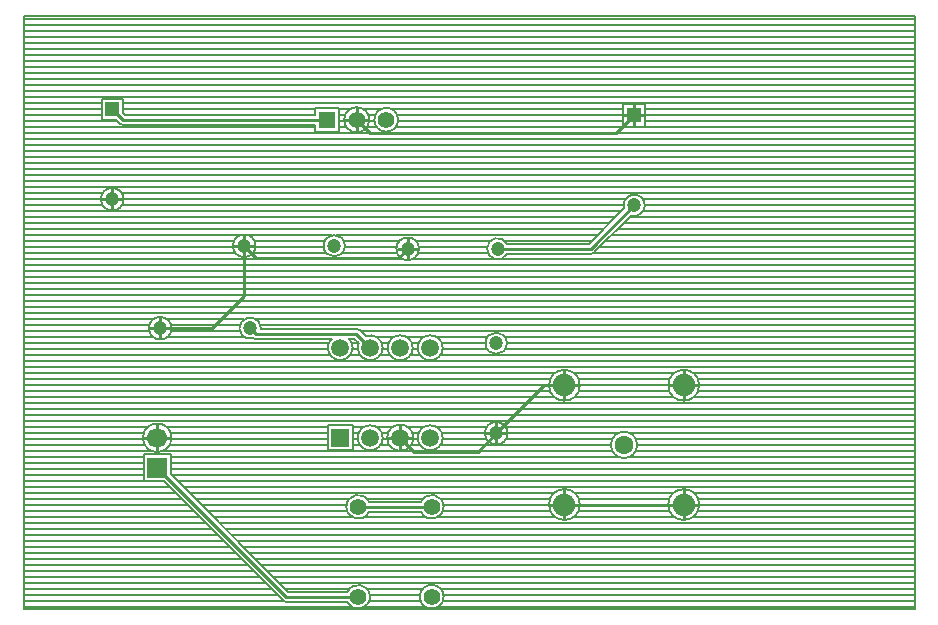
<source format=gbl>
G04*
G04 #@! TF.GenerationSoftware,Altium Limited,Altium Designer,20.1.14 (287)*
G04*
G04 Layer_Physical_Order=2*
G04 Layer_Color=16711680*
%FSLAX25Y25*%
%MOIN*%
G70*
G04*
G04 #@! TF.SameCoordinates,068E075E-6B28-4131-8978-D2EB394F3ECB*
G04*
G04*
G04 #@! TF.FilePolarity,Positive*
G04*
G01*
G75*
%ADD13C,0.01000*%
%ADD27C,0.00800*%
%ADD28C,0.04724*%
%ADD29C,0.06299*%
%ADD30C,0.07480*%
%ADD31C,0.05512*%
%ADD32R,0.04724X0.04724*%
%ADD33R,0.05512X0.05512*%
%ADD34R,0.05906X0.05906*%
%ADD35C,0.05906*%
%ADD36R,0.06693X0.06693*%
%ADD37C,0.06693*%
D13*
X205000Y166000D02*
X208362D01*
X205000D02*
Y169362D01*
X201638Y166000D02*
X205000D01*
Y162638D02*
Y166000D01*
X112500Y164500D02*
X116256D01*
X112500Y160744D02*
Y164500D01*
X129500Y121500D02*
X132862D01*
X129500Y118138D02*
Y121500D01*
Y124862D01*
X126138Y121500D02*
X129500D01*
X112500Y164500D02*
Y168256D01*
X108744Y164500D02*
X112500D01*
X221500Y76000D02*
X226240D01*
X221500Y71260D02*
Y76000D01*
Y80740D01*
X216760Y76000D02*
X221500D01*
X181736D02*
X186476D01*
X181736D02*
Y80740D01*
X176996Y76000D02*
X181736D01*
Y71260D02*
Y76000D01*
X221500Y36236D02*
Y40976D01*
Y36236D02*
X226240D01*
X216760D02*
X221500D01*
Y31496D02*
Y36236D01*
X181736D02*
X186476D01*
X176996D02*
X181736D01*
X159000Y60000D02*
Y63362D01*
Y60000D02*
X162362D01*
X155638D02*
X159000D01*
Y56638D02*
Y60000D01*
X127000Y58500D02*
Y62453D01*
X123047Y58500D02*
X127000D01*
X130953D01*
X127000Y54547D02*
Y58500D01*
X181736Y36236D02*
Y40976D01*
Y31496D02*
Y36236D01*
X31000Y138000D02*
X34362D01*
X31000D02*
Y141362D01*
Y134638D02*
Y138000D01*
X27638D02*
X31000D01*
X75000Y122500D02*
Y125862D01*
X71638Y122500D02*
X75000D01*
X78362D01*
X75000Y119138D02*
Y122500D01*
X47000Y95000D02*
Y98362D01*
X43638Y95000D02*
X47000D01*
X50362D01*
X47000Y91638D02*
Y95000D01*
X46000Y58500D02*
X50346D01*
X41654D02*
X46000D01*
Y54154D02*
Y58500D01*
Y62846D01*
X77000Y95000D02*
X78800Y93200D01*
X34500Y164500D02*
X102657D01*
X31000Y168000D02*
X34500Y164500D01*
X159500Y121500D02*
X190500D01*
X205000Y136000D01*
X112500Y164500D02*
X117000Y160000D01*
X199000D01*
X205000Y166000D01*
X75000Y122500D02*
X79100Y118400D01*
X126400D01*
X129500Y121500D01*
X75000Y105700D02*
Y122500D01*
X64300Y95000D02*
X75000Y105700D01*
X47000Y95000D02*
X64300D01*
X89000Y5500D02*
X113000D01*
X46000Y48500D02*
X89000Y5500D01*
X112300Y93200D02*
X117000Y88500D01*
X78800Y93200D02*
X112300D01*
X131700Y53800D02*
X152800D01*
X159000Y60000D02*
X175000Y76000D01*
X113000Y35500D02*
X137500D01*
X127000Y58500D02*
X131700Y53800D01*
X181736Y36236D02*
X221500D01*
X152800Y53800D02*
X159000Y60000D01*
X175000Y76000D02*
X181736D01*
D27*
X203989Y132584D02*
G03*
X208562Y136000I1011J3416D01*
G01*
D02*
G03*
X201584Y134989I-3562J0D01*
G01*
X190500Y119800D02*
G03*
X191704Y120300I0J1700D01*
G01*
X190500Y119800D02*
G03*
X191702Y120298I0J1700D01*
G01*
X162630Y123200D02*
G03*
X162630Y119800I-3130J-1700D01*
G01*
X162562Y90000D02*
G03*
X162562Y90000I-3562J0D01*
G01*
X126298Y164500D02*
G03*
X126298Y164500I-3956J0D01*
G01*
X133262Y121500D02*
G03*
X133262Y121500I-3762J0D01*
G01*
X116656Y164500D02*
G03*
X116656Y164500I-4156J0D01*
G01*
X113502Y94402D02*
G03*
X112300Y94900I-1202J-1202D01*
G01*
X141153Y88500D02*
G03*
X141153Y88500I-4153J0D01*
G01*
X131153D02*
G03*
X131153Y88500I-4153J0D01*
G01*
X113504Y94400D02*
G03*
X112300Y94900I-1204J-1200D01*
G01*
X121153Y88500D02*
G03*
X115523Y92381I-4153J0D01*
G01*
X113119Y89977D02*
G03*
X121153Y88500I3881J-1477D01*
G01*
X111153D02*
G03*
X109871Y91500I-4153J0D01*
G01*
X104129D02*
G03*
X111153Y88500I2871J-3000D01*
G01*
X226640Y76000D02*
G03*
X226640Y76000I-5140J0D01*
G01*
X205967Y56118D02*
G03*
X205967Y56118I-4350J0D01*
G01*
X186876Y76000D02*
G03*
X186876Y76000I-5140J0D01*
G01*
X226640Y36236D02*
G03*
X226640Y36236I-5140J0D01*
G01*
X186876D02*
G03*
X186876Y36236I-5140J0D01*
G01*
X162762Y60000D02*
G03*
X162762Y60000I-3762J0D01*
G01*
X141153Y58500D02*
G03*
X141153Y58500I-4153J0D01*
G01*
X131353D02*
G03*
X131353Y58500I-4353J0D01*
G01*
X121153D02*
G03*
X121153Y58500I-4153J0D01*
G01*
X141456Y35500D02*
G03*
X133928Y37200I-3956J0D01*
G01*
Y33800D02*
G03*
X141456Y35500I3572J1700D01*
G01*
Y5500D02*
G03*
X141456Y5500I-3956J0D01*
G01*
X116956D02*
G03*
X109428Y7200I-3956J0D01*
G01*
X116572Y37200D02*
G03*
X116572Y33800I-3572J-1700D01*
G01*
X109428Y3800D02*
G03*
X116956Y5500I3572J1700D01*
G01*
X108562Y122500D02*
G03*
X108562Y122500I-3562J0D01*
G01*
X33298Y163298D02*
G03*
X34500Y162800I1202J1202D01*
G01*
X33296Y163300D02*
G03*
X34500Y162800I1204J1200D01*
G01*
X34762Y138000D02*
G03*
X34762Y138000I-3762J0D01*
G01*
X78762Y122500D02*
G03*
X78762Y122500I-3762J0D01*
G01*
X80562Y95000D02*
G03*
X78151Y91629I-3562J0D01*
G01*
X50762Y95000D02*
G03*
X50762Y95000I-3762J0D01*
G01*
X78151Y91629D02*
G03*
X78800Y91500I649J1571D01*
G01*
X78151Y91629D02*
G03*
X78800Y91500I649J1571D01*
G01*
X50747Y58500D02*
G03*
X50747Y58500I-4747J0D01*
G01*
X87796Y4300D02*
G03*
X89000Y3800I1204J1200D01*
G01*
X87798Y4298D02*
G03*
X89000Y3800I1202J1202D01*
G01*
X208762Y168000D02*
X298500D01*
X208762Y164000D02*
X298500D01*
X208762Y166000D02*
X298500D01*
X208562Y136000D02*
X298500D01*
X207948Y138000D02*
X298500D01*
X207948Y134000D02*
X298500D01*
X208762Y162238D02*
Y169762D01*
X203404Y132000D02*
X298500D01*
X201238Y169762D02*
X208762D01*
X124186Y168000D02*
X201238D01*
Y162238D02*
X208762D01*
X201238D02*
Y169762D01*
X126003Y166000D02*
X201238D01*
X126267Y164000D02*
X201238D01*
X201404Y130000D02*
X298500D01*
X125408Y162000D02*
X298500D01*
X199404Y128000D02*
X298500D01*
X189796Y123200D02*
X201584Y134989D01*
X191704Y120300D02*
X203989Y132584D01*
X197404Y126000D02*
X298500D01*
X195404Y124000D02*
X298500D01*
X193404Y122000D02*
X298500D01*
X191300Y120000D02*
X298500D01*
X162630Y123200D02*
X189796D01*
X162630Y119800D02*
X190500D01*
X224728Y80000D02*
X298500D01*
X162562Y90000D02*
X298500D01*
X226235Y78000D02*
X298500D01*
X184964Y80000D02*
X218272D01*
X186471Y78000D02*
X216765D01*
X162038Y124000D02*
X190596D01*
X105663Y126000D02*
X192596D01*
X160163Y118000D02*
X298500D01*
X132950Y120000D02*
X156269D01*
X132311Y124000D02*
X156962D01*
X130880Y118000D02*
X158837D01*
X161948Y92000D02*
X298500D01*
X113904Y94000D02*
X298500D01*
X161948Y88000D02*
X298500D01*
X140316Y86000D02*
X298500D01*
X114741Y168000D02*
X120499D01*
X116376Y166000D02*
X118682D01*
X115820Y162000D02*
X119277D01*
X116626Y164000D02*
X118418D01*
X133229Y122000D02*
X155973D01*
X106613Y168000D02*
X110259D01*
X106613Y164000D02*
X108374D01*
X106613Y166000D02*
X108624D01*
X106613Y162000D02*
X109180D01*
X108527Y122000D02*
X125771D01*
X108231Y124000D02*
X126689D01*
X107538Y120000D02*
X126050D01*
X106613Y160544D02*
Y168456D01*
X139235Y92000D02*
X156052D01*
X129235D02*
X134765D01*
X140872Y90000D02*
X155438D01*
X130872D02*
X133128D01*
X120872D02*
X123128D01*
X131123Y88000D02*
X132877D01*
X141123D02*
X156052D01*
X130316Y86000D02*
X133684D01*
X121123Y88000D02*
X122877D01*
X120316Y86000D02*
X123684D01*
X113504Y94400D02*
X115523Y92381D01*
X119235Y92000D02*
X124765D01*
X111596Y91500D02*
X113119Y89977D01*
X109871Y91500D02*
X111596D01*
X110872Y90000D02*
X113096D01*
X110316Y86000D02*
X113684D01*
X111123Y88000D02*
X112877D01*
X226640Y76000D02*
X298500D01*
X226235Y74000D02*
X298500D01*
X224728Y72000D02*
X298500D01*
X205539Y58000D02*
X298500D01*
X203580Y60000D02*
X298500D01*
X205966Y56000D02*
X298500D01*
Y1450D02*
Y199050D01*
X186876Y76000D02*
X216360D01*
X186471Y74000D02*
X216765D01*
X184964Y72000D02*
X218272D01*
X162762Y60000D02*
X199655D01*
X162187Y62000D02*
X298500D01*
X162187Y58000D02*
X197696D01*
X140316Y56000D02*
X197270D01*
X205417Y54000D02*
X298500D01*
X203018Y52000D02*
X298500D01*
X225001Y40000D02*
X298500D01*
X226328Y38000D02*
X298500D01*
X226635Y36000D02*
X298500D01*
X226128Y34000D02*
X298500D01*
X224411Y32000D02*
X298500D01*
X186564Y38000D02*
X216672D01*
X185237Y40000D02*
X217999D01*
X186364Y34000D02*
X216872D01*
X186871Y36000D02*
X216365D01*
X141424Y6000D02*
X298500D01*
X140566Y8000D02*
X298500D01*
X139344Y2000D02*
X298500D01*
X184648Y32000D02*
X218589D01*
X141161Y4000D02*
X298500D01*
X139235Y62000D02*
X155813D01*
X140872Y60000D02*
X155238D01*
X129588Y62000D02*
X134765D01*
X131086Y60000D02*
X133128D01*
X141123Y58000D02*
X155813D01*
X131324D02*
X132877D01*
X119235Y62000D02*
X124412D01*
X120872Y60000D02*
X122914D01*
X111153Y62000D02*
X114765D01*
X111153Y60000D02*
X113128D01*
X121123Y58000D02*
X122676D01*
X111153Y54347D02*
Y62653D01*
Y58000D02*
X112877D01*
X140566Y38000D02*
X176908D01*
X141424Y36000D02*
X176602D01*
X130563Y56000D02*
X133684D01*
X120316D02*
X123437D01*
X141161Y34000D02*
X177108D01*
X139344Y32000D02*
X178825D01*
X116924Y6000D02*
X133576D01*
X116572Y33800D02*
X133928D01*
X116066Y38000D02*
X134434D01*
X114844Y32000D02*
X135656D01*
X111153Y56000D02*
X113684D01*
X102847Y54347D02*
X111153D01*
X116572Y37200D02*
X133928D01*
X116660Y4000D02*
X133839D01*
X116066Y8000D02*
X134434D01*
X114844Y2000D02*
X135656D01*
X1450Y192000D02*
X298500D01*
X1450Y194000D02*
X298500D01*
X1450Y186000D02*
X298500D01*
X1450Y188000D02*
X298500D01*
X1450Y198000D02*
X298500D01*
X1450Y199050D02*
X298500D01*
X1450Y196000D02*
X298500D01*
X1450Y182000D02*
X298500D01*
X1450Y184000D02*
X298500D01*
X1450Y180000D02*
X298500D01*
X98702Y168456D02*
X106613D01*
X34562Y170000D02*
X298500D01*
X98702Y160544D02*
X106613D01*
X1450Y172000D02*
X298500D01*
X1450Y174000D02*
X298500D01*
X1450Y160000D02*
X298500D01*
X1450Y178000D02*
X298500D01*
X1450Y190000D02*
X298500D01*
X1450Y176000D02*
X298500D01*
X1450Y150000D02*
X298500D01*
X1450Y152000D02*
X298500D01*
X1450Y148000D02*
X298500D01*
X1450Y156000D02*
X298500D01*
X1450Y158000D02*
X298500D01*
X1450Y154000D02*
X298500D01*
X1450Y144000D02*
X298500D01*
X1450Y146000D02*
X298500D01*
X34187Y140000D02*
X298500D01*
X1450Y142000D02*
X298500D01*
X34762Y138000D02*
X202052D01*
X34187Y136000D02*
X201438D01*
X1450Y130000D02*
X196596D01*
X78921Y98000D02*
X298500D01*
X1450Y128000D02*
X194596D01*
X80419Y96000D02*
X298500D01*
X76380Y126000D02*
X104337D01*
X80561Y94900D02*
X112300D01*
X1450Y114000D02*
X298500D01*
X1450Y116000D02*
X298500D01*
X1450Y112000D02*
X298500D01*
X1450Y132000D02*
X198596D01*
X1450Y134000D02*
X200596D01*
X1450Y118000D02*
X128120D01*
X1450Y102000D02*
X298500D01*
X1450Y104000D02*
X298500D01*
X1450Y100000D02*
X298500D01*
X1450Y108000D02*
X298500D01*
X1450Y110000D02*
X298500D01*
X1450Y106000D02*
X298500D01*
X98702Y166200D02*
Y168456D01*
X34562Y168000D02*
X98702D01*
X35204Y166200D02*
X98702D01*
X34500Y162800D02*
X98702D01*
X34562Y166842D02*
X35204Y166200D01*
X34562Y166842D02*
Y171562D01*
X32158Y164438D02*
X33296Y163300D01*
X98702Y160544D02*
Y162800D01*
X27438Y171562D02*
X34562D01*
X1450Y170000D02*
X27438D01*
Y164438D02*
X32158D01*
X27438D02*
Y171562D01*
X1450Y168000D02*
X27438D01*
X1450Y166000D02*
X27438D01*
X1450Y162000D02*
X98702D01*
X1450Y164000D02*
X32596D01*
X1450Y140000D02*
X27813D01*
X1450Y138000D02*
X27238D01*
X78729Y122000D02*
X101473D01*
X78450Y124000D02*
X101769D01*
X77811Y120000D02*
X102462D01*
X49270Y98000D02*
X75079D01*
X50627Y94000D02*
X73581D01*
X50627Y96000D02*
X73581D01*
X49270Y92000D02*
X75079D01*
X1450Y124000D02*
X71550D01*
X1450Y126000D02*
X73620D01*
X1450Y120000D02*
X72189D01*
X1450Y122000D02*
X71271D01*
X1450Y136000D02*
X27813D01*
X1450Y98000D02*
X44730D01*
X1450Y94000D02*
X43373D01*
X1450Y96000D02*
X43373D01*
X1450Y92000D02*
X44730D01*
X78800Y91500D02*
X104129D01*
X1450Y84000D02*
X298500D01*
X102847Y62653D02*
X111153D01*
X1450Y82000D02*
X298500D01*
X50503Y60000D02*
X102847D01*
X49206Y62000D02*
X102847D01*
X50720Y58000D02*
X102847D01*
X50546Y50000D02*
X298500D01*
X50546Y52000D02*
X200218D01*
X50546Y48000D02*
X298500D01*
X102847Y54347D02*
Y62653D01*
X50035Y56000D02*
X102847D01*
X47510Y54000D02*
X197819D01*
X1450Y78000D02*
X177001D01*
X1450Y80000D02*
X178508D01*
X1450Y76000D02*
X176596D01*
X1450Y88000D02*
X102877D01*
X1450Y90000D02*
X103128D01*
X1450Y86000D02*
X103684D01*
X1450Y66000D02*
X298500D01*
X1450Y68000D02*
X298500D01*
X1450Y64000D02*
X298500D01*
X1450Y72000D02*
X178508D01*
X1450Y74000D02*
X177001D01*
X1450Y70000D02*
X298500D01*
X78904Y18000D02*
X298500D01*
X76904Y20000D02*
X298500D01*
X80904Y16000D02*
X298500D01*
X72904Y24000D02*
X298500D01*
X70904Y26000D02*
X298500D01*
X74904Y22000D02*
X298500D01*
X84904Y12000D02*
X298500D01*
X82904Y14000D02*
X298500D01*
X86904Y10000D02*
X298500D01*
X89704Y7200D02*
X109428D01*
X88904Y8000D02*
X109934D01*
X89000Y3800D02*
X109428D01*
X52904Y44000D02*
X298500D01*
X50904Y46000D02*
X298500D01*
X54904Y42000D02*
X298500D01*
X58904Y38000D02*
X109934D01*
X56904Y40000D02*
X178235D01*
X60904Y36000D02*
X109076D01*
X68904Y28000D02*
X298500D01*
X66904Y30000D02*
X298500D01*
X1450Y1450D02*
X298500D01*
X64904Y32000D02*
X111156D01*
X62904Y34000D02*
X109339D01*
X1450Y2000D02*
X111156D01*
X50546Y46358D02*
Y53047D01*
X41453D02*
X50546D01*
Y46358D02*
X89704Y7200D01*
X41453Y43953D02*
Y53047D01*
X1450Y62000D02*
X42794D01*
X1450Y54000D02*
X44490D01*
X1450Y58000D02*
X41280D01*
X1450Y60000D02*
X41497D01*
X1450Y56000D02*
X41965D01*
X1450Y50000D02*
X41453D01*
X1450Y52000D02*
X41453D01*
X1450Y48000D02*
X41453D01*
X1450Y46000D02*
X41453D01*
X1450Y1450D02*
Y199050D01*
Y44000D02*
X41453D01*
X1450Y34000D02*
X58096D01*
X1450Y36000D02*
X56096D01*
X1450Y32000D02*
X60096D01*
X41453Y43953D02*
X48142D01*
X1450Y42000D02*
X50096D01*
X1450Y40000D02*
X52096D01*
X48142Y43953D02*
X87796Y4300D01*
X1450Y28000D02*
X64096D01*
X1450Y30000D02*
X62096D01*
X1450Y26000D02*
X66096D01*
X1450Y18000D02*
X74096D01*
X1450Y20000D02*
X72096D01*
X1450Y16000D02*
X76096D01*
X1450Y24000D02*
X68096D01*
X1450Y38000D02*
X54096D01*
X1450Y22000D02*
X70096D01*
X1450Y6000D02*
X86096D01*
X1450Y8000D02*
X84096D01*
X1450Y4000D02*
X88200D01*
X1450Y12000D02*
X80096D01*
X1450Y14000D02*
X78096D01*
X1450Y10000D02*
X82096D01*
D28*
X77000Y95000D02*
D03*
X47000D02*
D03*
X105000Y122500D02*
D03*
X75000D02*
D03*
X159500Y121500D02*
D03*
X129500D02*
D03*
X159000Y90000D02*
D03*
Y60000D02*
D03*
X205000Y136000D02*
D03*
X31000Y138000D02*
D03*
D29*
X201618Y56118D02*
D03*
D30*
X221500Y36236D02*
D03*
X181736Y76000D02*
D03*
Y36236D02*
D03*
X221500Y76000D02*
D03*
D31*
X137500Y5500D02*
D03*
Y35500D02*
D03*
X113000D02*
D03*
Y5500D02*
D03*
X122343Y164500D02*
D03*
X112500D02*
D03*
D32*
X205000Y166000D02*
D03*
X31000Y168000D02*
D03*
D33*
X102657Y164500D02*
D03*
D34*
X107000Y58500D02*
D03*
D35*
X117000D02*
D03*
X127000D02*
D03*
X137000D02*
D03*
X107000Y88500D02*
D03*
X117000D02*
D03*
X127000D02*
D03*
X137000D02*
D03*
D36*
X46000Y48500D02*
D03*
D37*
Y58500D02*
D03*
M02*

</source>
